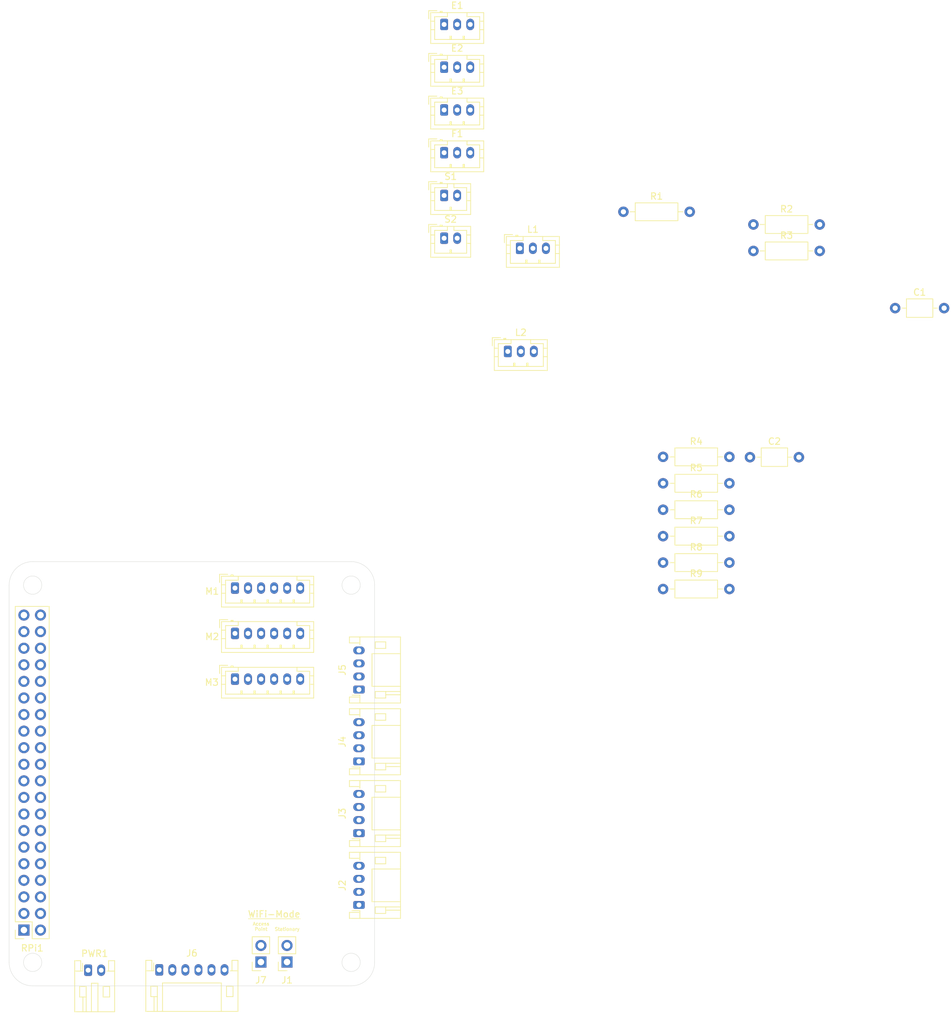
<source format=kicad_pcb>
(kicad_pcb (version 20241229) (generator "pcbnew") (generator_version "9.0")
  (layers (0 "F.Cu" signal) (2 "B.Cu" signal) (13 "F.Paste" user) (15 "B.Paste" user) (5 "F.SilkS" user "F.Silkscreen") (7 "B.SilkS" user "B.Silkscreen") (1 "F.Mask" user) (3 "B.Mask" user) (25 "Edge.Cuts" user))
  (net 0 "")
  (net 17 "GND")
  (net 18 "VCC")
  (net 19 "/BTN_LIMIT_M1_END")
  (net 20 "/BTN_LIMIT_M1_START")
  (net 21 "/BTN_LIMIT_M2_END")
  (net 22 "/BTN_LIMIT_M2_START")
  (net 23 "/BTN_LIMIT_M3_START")
  (net 24 "/BTN_LIMIT_M3_END")
  (net 25 "/FOG_DEVICE")
  (net 26 "/I2C_SCL")
  (net 27 "/I2C_SDA")
  (net 28 "/LED_RING")
  (net 29 "/LED_STRIPE")
  (net 30 "/PRE_SWITCH")
  (net 31 "/MAIN_SWITCH")
  (net 32 "/PWM_MOTOR_1_RIGHT")
  (net 33 "/PWM_MOTOR_1_LEFT")
  (net 34 "/PWM_MOTOR_2_RIGHT")
  (net 35 "/PWM_MOTOR_2_LEFT")
  (net 36 "/PWM_MOTOR_3_LEFT")
  (net 37 "/PWM_MOTOR_3_RIGHT")
  (net 48 "/WIFI_CONFIG_SWITCH")
  (net 50 "/Audio?")
  (footprint "Connector_JST:JST_PH_S2B-PH-K_1x02_P2.00mm_Horizontal" (layer "F.Cu") (at 128.5 175)
    (property "Reference" "PWR1" (at 1 -2.55 0) (layer "F.SilkS"))
    (property "Value" "Power-Supply")
    (pad "1" thru_hole roundrect (at 0 0) (size 1.2 1.75) (drill 0.75) (layers "*.Cu" "*.Mask") (roundrect_rratio 0.208333) (net 18 "VCC"))
    (pad "2" thru_hole oval (at 2 0) (size 1.2 1.75) (drill 0.75) (layers "*.Cu" "*.Mask") (net 17 "GND"))
  )
  (footprint "Connector_JST:JST_PH_S4B-PH-K_1x04_P2.00mm_Horizontal" (layer "F.Cu") (at 170 132 90)
    (property "Reference" "J5" (at 3 -2.55 90) (layer "F.SilkS"))
    (property "Value" "PWM-Feedback-4")
    (pad "1" thru_hole roundrect (at 0 0 90) (size 1.2 1.75) (drill 0.75) (layers "*.Cu" "*.Mask") (roundrect_rratio 0.208333))
    (pad "2" thru_hole oval (at 2 0 90) (size 1.2 1.75) (drill 0.75) (layers "*.Cu" "*.Mask"))
    (pad "3" thru_hole oval (at 4 0 90) (size 1.2 1.75) (drill 0.75) (layers "*.Cu" "*.Mask"))
    (pad "4" thru_hole oval (at 6 0 90) (size 1.2 1.75) (drill 0.75) (layers "*.Cu" "*.Mask"))
  )
  (footprint "Connector_JST:JST_PH_B3B-PH-K_1x03_P2.00mm_Vertical" (layer "F.Cu") (at 183.05 49.75)
    (property "Reference" "F1" (at 2 -2.9 0) (layer "F.SilkS"))
    (property "Value" "Fog-Device")
    (pad "1" thru_hole roundrect (at 0 0) (size 1.2 1.75) (drill 0.75) (layers "*.Cu" "*.Mask") (roundrect_rratio 0.208333) (net 18 "VCC"))
    (pad "2" thru_hole oval (at 2 0) (size 1.2 1.75) (drill 0.75) (layers "*.Cu" "*.Mask") (net 17 "GND"))
    (pad "3" thru_hole oval (at 4 0) (size 1.2 1.75) (drill 0.75) (layers "*.Cu" "*.Mask") (net 25 "/FOG_DEVICE"))
  )
  (footprint "Resistor_THT:R_Axial_DIN0207_L6.3mm_D2.5mm_P10.16mm_Horizontal" (layer "F.Cu") (at 216.6 116.6)
    (property "Reference" "R9" (at 5.08 -2.37 0) (layer "F.SilkS"))
    (property "Value" "10k")
    (pad "1" thru_hole circle (at 0 0) (size 1.6 1.6) (drill 0.8) (layers "*.Cu" "*.Mask") (net 18 "VCC"))
    (pad "2" thru_hole circle (at 10.16 0) (size 1.6 1.6) (drill 0.8) (layers "*.Cu" "*.Mask") (net 19 "/BTN_LIMIT_M1_END"))
  )
  (footprint "Resistor_THT:R_Axial_DIN0207_L6.3mm_D2.5mm_P10.16mm_Horizontal" (layer "F.Cu") (at 210.52 58.8)
    (property "Reference" "R1" (at 5.08 -2.37 0) (layer "F.SilkS"))
    (property "Value" "10k")
    (pad "1" thru_hole circle (at 0 0) (size 1.6 1.6) (drill 0.8) (layers "*.Cu" "*.Mask") (net 31 "/MAIN_SWITCH"))
    (pad "2" thru_hole circle (at 10.16 0) (size 1.6 1.6) (drill 0.8) (layers "*.Cu" "*.Mask") (net 18 "VCC"))
  )
  (footprint "Resistor_THT:R_Axial_DIN0207_L6.3mm_D2.5mm_P10.16mm_Horizontal" (layer "F.Cu") (at 230.44 64.8)
    (property "Reference" "R3" (at 5.08 -2.37 0) (layer "F.SilkS"))
    (property "Value" "10k")
    (pad "1" thru_hole circle (at 0 0) (size 1.6 1.6) (drill 0.8) (layers "*.Cu" "*.Mask") (net 48 "/WIFI_CONFIG_SWITCH"))
    (pad "2" thru_hole circle (at 10.16 0) (size 1.6 1.6) (drill 0.8) (layers "*.Cu" "*.Mask") (net 18 "VCC"))
  )
  (footprint "Connector_JST:JST_PH_B6B-PH-K_1x06_P2.00mm_Vertical" (layer "F.Cu") (at 151 116.45)
    (property "Reference" "M1" (at -3.5 0.5 180) (layer "F.SilkS"))
    (property "Value" "Motor 1")
    (pad "1" thru_hole roundrect (at 0 0) (size 1.2 1.75) (drill 0.75) (layers "*.Cu" "*.Mask") (roundrect_rratio 0.208333) (net 32 "/PWM_MOTOR_1_RIGHT"))
    (pad "2" thru_hole oval (at 2 0) (size 1.2 1.75) (drill 0.75) (layers "*.Cu" "*.Mask") (net 33 "/PWM_MOTOR_1_LEFT"))
    (pad "3" thru_hole oval (at 4 0) (size 1.2 1.75) (drill 0.75) (layers "*.Cu" "*.Mask") (net 18 "VCC"))
    (pad "4" thru_hole oval (at 6 0) (size 1.2 1.75) (drill 0.75) (layers "*.Cu" "*.Mask") (net 18 "VCC"))
    (pad "5" thru_hole oval (at 8 0) (size 1.2 1.75) (drill 0.75) (layers "*.Cu" "*.Mask") (net 18 "VCC"))
    (pad "6" thru_hole oval (at 10 0) (size 1.2 1.75) (drill 0.75) (layers "*.Cu" "*.Mask") (net 17 "GND"))
  )
  (footprint "Capacitor_THT:C_Axial_L3.8mm_D2.6mm_P7.50mm_Horizontal" (layer "F.Cu") (at 252.16 73.56)
    (property "Reference" "C1" (at 3.75 -2.42 0) (layer "F.SilkS"))
    (property "Value" "C")
    (pad "1" thru_hole circle (at 0 0) (size 1.6 1.6) (drill 0.8) (layers "*.Cu" "*.Mask") (net 30 "/PRE_SWITCH"))
    (pad "2" thru_hole circle (at 7.5 0) (size 1.6 1.6) (drill 0.8) (layers "*.Cu" "*.Mask") (net 17 "GND"))
  )
  (footprint "Connector_JST:JST_PH_B3B-PH-K_1x03_P2.00mm_Vertical" (layer "F.Cu") (at 194.65 64.4)
    (property "Reference" "L1" (at 2 -2.9 0) (layer "F.SilkS"))
    (property "Value" "WS2812B Ring")
    (pad "1" thru_hole roundrect (at 0 0) (size 1.2 1.75) (drill 0.75) (layers "*.Cu" "*.Mask") (roundrect_rratio 0.208333) (net 18 "VCC"))
    (pad "2" thru_hole oval (at 2 0) (size 1.2 1.75) (drill 0.75) (layers "*.Cu" "*.Mask") (net 17 "GND"))
    (pad "3" thru_hole oval (at 4 0) (size 1.2 1.75) (drill 0.75) (layers "*.Cu" "*.Mask") (net 28 "/LED_RING"))
  )
  (footprint "Resistor_THT:R_Axial_DIN0207_L6.3mm_D2.5mm_P10.16mm_Horizontal" (layer "F.Cu") (at 230.44 60.75)
    (property "Reference" "R2" (at 5.08 -2.37 0) (layer "F.SilkS"))
    (property "Value" "10k")
    (pad "1" thru_hole circle (at 0 0) (size 1.6 1.6) (drill 0.8) (layers "*.Cu" "*.Mask") (net 30 "/PRE_SWITCH"))
    (pad "2" thru_hole circle (at 10.16 0) (size 1.6 1.6) (drill 0.8) (layers "*.Cu" "*.Mask") (net 18 "VCC"))
  )
  (footprint "Resistor_THT:R_Axial_DIN0207_L6.3mm_D2.5mm_P10.16mm_Horizontal" (layer "F.Cu") (at 216.6 112.55)
    (property "Reference" "R8" (at 5.08 -2.37 0) (layer "F.SilkS"))
    (property "Value" "10k")
    (pad "1" thru_hole circle (at 0 0) (size 1.6 1.6) (drill 0.8) (layers "*.Cu" "*.Mask") (net 20 "/BTN_LIMIT_M1_START"))
    (pad "2" thru_hole circle (at 10.16 0) (size 1.6 1.6) (drill 0.8) (layers "*.Cu" "*.Mask") (net 18 "VCC"))
  )
  (footprint "Connector_JST:JST_PH_S4B-PH-K_1x04_P2.00mm_Horizontal" (layer "F.Cu") (at 170 165 90)
    (property "Reference" "J2" (at 3 -2.55 90) (layer "F.SilkS"))
    (property "Value" "PWM-Feedback-1")
    (pad "1" thru_hole roundrect (at 0 0 90) (size 1.2 1.75) (drill 0.75) (layers "*.Cu" "*.Mask") (roundrect_rratio 0.208333) (net 33 "/PWM_MOTOR_1_LEFT"))
    (pad "2" thru_hole oval (at 2 0 90) (size 1.2 1.75) (drill 0.75) (layers "*.Cu" "*.Mask") (net 32 "/PWM_MOTOR_1_RIGHT"))
    (pad "3" thru_hole oval (at 4 0 90) (size 1.2 1.75) (drill 0.75) (layers "*.Cu" "*.Mask") (net 35 "/PWM_MOTOR_2_LEFT"))
    (pad "4" thru_hole oval (at 6 0 90) (size 1.2 1.75) (drill 0.75) (layers "*.Cu" "*.Mask") (net 34 "/PWM_MOTOR_2_RIGHT"))
  )
  (footprint "Resistor_THT:R_Axial_DIN0207_L6.3mm_D2.5mm_P10.16mm_Horizontal" (layer "F.Cu") (at 216.6 104.45)
    (property "Reference" "R6" (at 5.08 -2.37 0) (layer "F.SilkS"))
    (property "Value" "10k")
    (pad "1" thru_hole circle (at 0 0) (size 1.6 1.6) (drill 0.8) (layers "*.Cu" "*.Mask") (net 22 "/BTN_LIMIT_M2_START"))
    (pad "2" thru_hole circle (at 10.16 0) (size 1.6 1.6) (drill 0.8) (layers "*.Cu" "*.Mask") (net 18 "VCC"))
  )
  (footprint "Connector_JST:JST_PH_B3B-PH-K_1x03_P2.00mm_Vertical" (layer "F.Cu") (at 183.05 43.2)
    (property "Reference" "E3" (at 2 -2.9 0) (layer "F.SilkS"))
    (property "Value" "Limit Switches Motor 3")
    (pad "1" thru_hole roundrect (at 0 0) (size 1.2 1.75) (drill 0.75) (layers "*.Cu" "*.Mask") (roundrect_rratio 0.208333) (net 17 "GND"))
    (pad "2" thru_hole oval (at 2 0) (size 1.2 1.75) (drill 0.75) (layers "*.Cu" "*.Mask") (net 24 "/BTN_LIMIT_M3_END"))
    (pad "3" thru_hole oval (at 4 0) (size 1.2 1.75) (drill 0.75) (layers "*.Cu" "*.Mask") (net 23 "/BTN_LIMIT_M3_START"))
  )
  (footprint "Resistor_THT:R_Axial_DIN0207_L6.3mm_D2.5mm_P10.16mm_Horizontal" (layer "F.Cu") (at 216.6 100.4)
    (property "Reference" "R5" (at 5.08 -2.37 0) (layer "F.SilkS"))
    (property "Value" "10k")
    (pad "1" thru_hole circle (at 0 0) (size 1.6 1.6) (drill 0.8) (layers "*.Cu" "*.Mask") (net 18 "VCC"))
    (pad "2" thru_hole circle (at 10.16 0) (size 1.6 1.6) (drill 0.8) (layers "*.Cu" "*.Mask") (net 24 "/BTN_LIMIT_M3_END"))
  )
  (footprint "Capacitor_THT:C_Axial_L3.8mm_D2.6mm_P7.50mm_Horizontal" (layer "F.Cu") (at 229.91 96.4)
    (property "Reference" "C2" (at 3.75 -2.42 0) (layer "F.SilkS"))
    (property "Value" "C")
    (pad "1" thru_hole circle (at 0 0) (size 1.6 1.6) (drill 0.8) (layers "*.Cu" "*.Mask") (net 31 "/MAIN_SWITCH"))
    (pad "2" thru_hole circle (at 7.5 0) (size 1.6 1.6) (drill 0.8) (layers "*.Cu" "*.Mask") (net 17 "GND"))
  )
  (footprint "Connector_JST:JST_PH_B6B-PH-K_1x06_P2.00mm_Vertical" (layer "F.Cu") (at 151 130.4)
    (property "Reference" "M3" (at -3.55 0.5 0) (layer "F.SilkS"))
    (property "Value" "Motor 3")
    (pad "1" thru_hole roundrect (at 0 0) (size 1.2 1.75) (drill 0.75) (layers "*.Cu" "*.Mask") (roundrect_rratio 0.208333) (net 37 "/PWM_MOTOR_3_RIGHT"))
    (pad "2" thru_hole oval (at 2 0) (size 1.2 1.75) (drill 0.75) (layers "*.Cu" "*.Mask") (net 36 "/PWM_MOTOR_3_LEFT"))
    (pad "3" thru_hole oval (at 4 0) (size 1.2 1.75) (drill 0.75) (layers "*.Cu" "*.Mask") (net 18 "VCC"))
    (pad "4" thru_hole oval (at 6 0) (size 1.2 1.75) (drill 0.75) (layers "*.Cu" "*.Mask") (net 18 "VCC"))
    (pad "5" thru_hole oval (at 8 0) (size 1.2 1.75) (drill 0.75) (layers "*.Cu" "*.Mask") (net 18 "VCC"))
    (pad "6" thru_hole oval (at 10 0) (size 1.2 1.75) (drill 0.75) (layers "*.Cu" "*.Mask") (net 17 "GND"))
  )
  (footprint "Connector_JST:JST_PH_B3B-PH-K_1x03_P2.00mm_Vertical" (layer "F.Cu") (at 183.05 36.65)
    (property "Reference" "E2" (at 2 -2.9 0) (layer "F.SilkS"))
    (property "Value" "Limit Switches Motor 2")
    (pad "1" thru_hole roundrect (at 0 0) (size 1.2 1.75) (drill 0.75) (layers "*.Cu" "*.Mask") (roundrect_rratio 0.208333) (net 17 "GND"))
    (pad "2" thru_hole oval (at 2 0) (size 1.2 1.75) (drill 0.75) (layers "*.Cu" "*.Mask") (net 21 "/BTN_LIMIT_M2_END"))
    (pad "3" thru_hole oval (at 4 0) (size 1.2 1.75) (drill 0.75) (layers "*.Cu" "*.Mask") (net 22 "/BTN_LIMIT_M2_START"))
  )
  (footprint "Welti2:PinSocket_2x20_P2.54mm_Vertical_RpiPins" (layer "F.Cu") (at 118.66 168.85 180)
    (property "Reference" "RPi1" (at -1.27 -2.77 180) (layer "F.SilkS"))
    (property "Value" "Raspberry Pi")
    (pad "1" thru_hole circle (at -2.54 0 180) (size 1.7 1.7) (drill 1) (layers "*.Cu" "*.Mask"))
    (pad "2" thru_hole rect (at 0 0 180) (size 1.7 1.7) (drill 1) (layers "*.Cu" "*.Mask") (net 18 "VCC"))
    (pad "3" thru_hole circle (at -2.54 2.54 180) (size 1.7 1.7) (drill 1) (layers "*.Cu" "*.Mask") (net 27 "/I2C_SDA"))
    (pad "4" thru_hole circle (at 0 2.54 180) (size 1.7 1.7) (drill 1) (layers "*.Cu" "*.Mask"))
    (pad "5" thru_hole circle (at -2.54 5.08 180) (size 1.7 1.7) (drill 1) (layers "*.Cu" "*.Mask") (net 26 "/I2C_SCL"))
    (pad "6" thru_hole circle (at 0 5.08 180) (size 1.7 1.7) (drill 1) (layers "*.Cu" "*.Mask") (net 17 "GND"))
    (pad "7" thru_hole circle (at -2.54 7.625 180) (size 1.7 1.7) (drill 1) (layers "*.Cu" "*.Mask"))
    (pad "8" thru_hole circle (at 0 7.62 180) (size 1.7 1.7) (drill 1) (layers "*.Cu" "*.Mask"))
    (pad "9" thru_hole circle (at -2.54 10.165 180) (size 1.7 1.7) (drill 1) (layers "*.Cu" "*.Mask"))
    (pad "10" thru_hole circle (at 0 10.16 180) (size 1.7 1.7) (drill 1) (layers "*.Cu" "*.Mask"))
    (pad "11" thru_hole circle (at -2.54 12.705 180) (size 1.7 1.7) (drill 1) (layers "*.Cu" "*.Mask") (net 28 "/LED_RING"))
    (pad "12" thru_hole circle (at 0 12.7 180) (size 1.7 1.7) (drill 1) (layers "*.Cu" "*.Mask"))
    (pad "13" thru_hole circle (at -2.54 15.245 180) (size 1.7 1.7) (drill 1) (layers "*.Cu" "*.Mask") (net 29 "/LED_STRIPE"))
    (pad "14" thru_hole circle (at 0 15.24 180) (size 1.7 1.7) (drill 1) (layers "*.Cu" "*.Mask"))
    (pad "15" thru_hole circle (at -2.54 17.785 180) (size 1.7 1.7) (drill 1) (layers "*.Cu" "*.Mask") (net 25 "/FOG_DEVICE"))
    (pad "16" thru_hole circle (at 0 17.78 180) (size 1.7 1.7) (drill 1) (layers "*.Cu" "*.Mask") (net 23 "/BTN_LIMIT_M3_START"))
    (pad "17" thru_hole circle (at -2.54 20.325 180) (size 1.7 1.7) (drill 1) (layers "*.Cu" "*.Mask"))
    (pad "18" thru_hole circle (at 0 20.32 180) (size 1.7 1.7) (drill 1) (layers "*.Cu" "*.Mask") (net 24 "/BTN_LIMIT_M3_END"))
    (pad "19" thru_hole circle (at -2.54 22.865 180) (size 1.7 1.7) (drill 1) (layers "*.Cu" "*.Mask") (net 19 "/BTN_LIMIT_M1_END"))
    (pad "20" thru_hole circle (at 0 22.86 180) (size 1.7 1.7) (drill 1) (layers "*.Cu" "*.Mask"))
    (pad "21" thru_hole circle (at -2.54 25.405 180) (size 1.7 1.7) (drill 1) (layers "*.Cu" "*.Mask") (net 20 "/BTN_LIMIT_M1_START"))
    (pad "22" thru_hole circle (at 0 25.4 180) (size 1.7 1.7) (drill 1) (layers "*.Cu" "*.Mask") (net 22 "/BTN_LIMIT_M2_START"))
    (pad "23" thru_hole circle (at -2.54 27.945 180) (size 1.7 1.7) (drill 1) (layers "*.Cu" "*.Mask"))
    (pad "24" thru_hole circle (at 0 27.94 180) (size 1.7 1.7) (drill 1) (layers "*.Cu" "*.Mask"))
    (pad "25" thru_hole circle (at -2.54 30.485 180) (size 1.7 1.7) (drill 1) (layers "*.Cu" "*.Mask"))
    (pad "26" thru_hole circle (at 0 30.48 180) (size 1.7 1.7) (drill 1) (layers "*.Cu" "*.Mask"))
    (pad "27" thru_hole circle (at -2.54 33.025 180) (size 1.7 1.7) (drill 1) (layers "*.Cu" "*.Mask"))
    (pad "28" thru_hole circle (at 0 33.02 180) (size 1.7 1.7) (drill 1) (layers "*.Cu" "*.Mask"))
    (pad "29" thru_hole circle (at -2.54 35.565 180) (size 1.7 1.7) (drill 1) (layers "*.Cu" "*.Mask") (net 48 "/WIFI_CONFIG_SWITCH"))
    (pad "30" thru_hole circle (at 0 35.56 180) (size 1.7 1.7) (drill 1) (layers "*.Cu" "*.Mask"))
    (pad "31" thru_hole circle (at -2.54 38.105 180) (size 1.7 1.7) (drill 1) (layers "*.Cu" "*.Mask") (net 30 "/PRE_SWITCH"))
    (pad "32" thru_hole circle (at 0 38.1 180) (size 1.7 1.7) (drill 1) (layers "*.Cu" "*.Mask") (net 21 "/BTN_LIMIT_M2_END"))
    (pad "33" thru_hole circle (at -2.54 40.645 180) (size 1.7 1.7) (drill 1) (layers "*.Cu" "*.Mask") (net 31 "/MAIN_SWITCH"))
    (pad "34" thru_hole circle (at 0 40.64 180) (size 1.7 1.7) (drill 1) (layers "*.Cu" "*.Mask"))
    (pad "35" thru_hole circle (at -2.54 43.185 180) (size 1.7 1.7) (drill 1) (layers "*.Cu" "*.Mask"))
    (pad "36" thru_hole circle (at 0 43.18 180) (size 1.7 1.7) (drill 1) (layers "*.Cu" "*.Mask"))
    (pad "37" thru_hole circle (at -2.54 45.725 180) (size 1.7 1.7) (drill 1) (layers "*.Cu" "*.Mask"))
    (pad "38" thru_hole circle (at 0 45.72 180) (size 1.7 1.7) (drill 1) (layers "*.Cu" "*.Mask"))
    (pad "39" thru_hole circle (at -2.54 48.265 180) (size 1.7 1.7) (drill 1) (layers "*.Cu" "*.Mask"))
    (pad "40" thru_hole circle (at 0 48.26 180) (size 1.7 1.7) (drill 1) (layers "*.Cu" "*.Mask") (net 50 "/Audio?"))
  )
  (footprint "Connector_JST:JST_PH_B3B-PH-K_1x03_P2.00mm_Vertical" (layer "F.Cu") (at 183.05 30.1)
    (property "Reference" "E1" (at 2 -2.9 0) (layer "F.SilkS"))
    (property "Value" "Limit Switches Motor 1")
    (pad "1" thru_hole roundrect (at 0 0) (size 1.2 1.75) (drill 0.75) (layers "*.Cu" "*.Mask") (roundrect_rratio 0.208333) (net 17 "GND"))
    (pad "2" thru_hole oval (at 2 0) (size 1.2 1.75) (drill 0.75) (layers "*.Cu" "*.Mask") (net 19 "/BTN_LIMIT_M1_END"))
    (pad "3" thru_hole oval (at 4 0) (size 1.2 1.75) (drill 0.75) (layers "*.Cu" "*.Mask") (net 20 "/BTN_LIMIT_M1_START"))
  )
  (footprint "Resistor_THT:R_Axial_DIN0207_L6.3mm_D2.5mm_P10.16mm_Horizontal" (layer "F.Cu") (at 216.6 96.35)
    (property "Reference" "R4" (at 5.08 -2.37 0) (layer "F.SilkS"))
    (property "Value" "10k")
    (pad "1" thru_hole circle (at 0 0) (size 1.6 1.6) (drill 0.8) (layers "*.Cu" "*.Mask") (net 23 "/BTN_LIMIT_M3_START"))
    (pad "2" thru_hole circle (at 10.16 0) (size 1.6 1.6) (drill 0.8) (layers "*.Cu" "*.Mask") (net 18 "VCC"))
  )
  (footprint "Connector_JST:JST_PH_S4B-PH-K_1x04_P2.00mm_Horizontal" (layer "F.Cu") (at 170 154 90)
    (property "Reference" "J3" (at 3 -2.55 90) (layer "F.SilkS"))
    (property "Value" "PWM-Feedback-2")
    (pad "1" thru_hole roundrect (at 0 0 90) (size 1.2 1.75) (drill 0.75) (layers "*.Cu" "*.Mask") (roundrect_rratio 0.208333) (net 36 "/PWM_MOTOR_3_LEFT"))
    (pad "2" thru_hole oval (at 2 0 90) (size 1.2 1.75) (drill 0.75) (layers "*.Cu" "*.Mask") (net 37 "/PWM_MOTOR_3_RIGHT"))
    (pad "3" thru_hole oval (at 4 0 90) (size 1.2 1.75) (drill 0.75) (layers "*.Cu" "*.Mask"))
    (pad "4" thru_hole oval (at 6 0 90) (size 1.2 1.75) (drill 0.75) (layers "*.Cu" "*.Mask"))
  )
  (footprint "Connector_JST:JST_PH_S4B-PH-K_1x04_P2.00mm_Horizontal" (layer "F.Cu") (at 170 143 90)
    (property "Reference" "J4" (at 3 -2.55 90) (layer "F.SilkS"))
    (property "Value" "PWM-Feedback-3")
    (pad "1" thru_hole roundrect (at 0 0 90) (size 1.2 1.75) (drill 0.75) (layers "*.Cu" "*.Mask") (roundrect_rratio 0.208333))
    (pad "2" thru_hole oval (at 2 0 90) (size 1.2 1.75) (drill 0.75) (layers "*.Cu" "*.Mask"))
    (pad "3" thru_hole oval (at 4 0 90) (size 1.2 1.75) (drill 0.75) (layers "*.Cu" "*.Mask"))
    (pad "4" thru_hole oval (at 6 0 90) (size 1.2 1.75) (drill 0.75) (layers "*.Cu" "*.Mask"))
  )
  (footprint "Connector_JST:JST_PH_B2B-PH-K_1x02_P2.00mm_Vertical" (layer "F.Cu") (at 183.05 62.85)
    (property "Reference" "S2" (at 1 -2.9 0) (layer "F.SilkS"))
    (property "Value" "Main-Switch")
    (pad "1" thru_hole roundrect (at 0 0) (size 1.2 1.75) (drill 0.75) (layers "*.Cu" "*.Mask") (roundrect_rratio 0.208333) (net 17 "GND"))
    (pad "2" thru_hole oval (at 2 0) (size 1.2 1.75) (drill 0.75) (layers "*.Cu" "*.Mask") (net 31 "/MAIN_SWITCH"))
  )
  (footprint "Connector_PinSocket_2.54mm:PinSocket_1x02_P2.54mm_Vertical" (layer "F.Cu") (at 154.975 173.75 180)
    (property "Reference" "J7" (at 0 -2.77 0) (layer "F.SilkS"))
    (property "Value" "Boot-Wifi-Config-Pin" (hide yes))
    (pad "1" thru_hole rect (at 0 0 180) (size 1.7 1.7) (drill 1) (layers "*.Cu" "*.Mask") (net 17 "GND"))
    (pad "2" thru_hole circle (at 0 2.54 180) (size 1.7 1.7) (drill 1) (layers "*.Cu" "*.Mask") (net 48 "/WIFI_CONFIG_SWITCH"))
  )
  (footprint "Resistor_THT:R_Axial_DIN0207_L6.3mm_D2.5mm_P10.16mm_Horizontal" (layer "F.Cu") (at 216.6 108.5)
    (property "Reference" "R7" (at 5.08 -2.37 0) (layer "F.SilkS"))
    (property "Value" "10k")
    (pad "1" thru_hole circle (at 0 0) (size 1.6 1.6) (drill 0.8) (layers "*.Cu" "*.Mask") (net 18 "VCC"))
    (pad "2" thru_hole circle (at 10.16 0) (size 1.6 1.6) (drill 0.8) (layers "*.Cu" "*.Mask") (net 21 "/BTN_LIMIT_M2_END"))
  )
  (footprint "Connector_JST:JST_PH_B3B-PH-K_1x03_P2.00mm_Vertical" (layer "F.Cu") (at 192.8 80.2)
    (property "Reference" "L2" (at 2 -2.9 0) (layer "F.SilkS"))
    (property "Value" "WS2812B Stripe")
    (pad "1" thru_hole roundrect (at 0 0) (size 1.2 1.75) (drill 0.75) (layers "*.Cu" "*.Mask") (roundrect_rratio 0.208333) (net 18 "VCC"))
    (pad "2" thru_hole oval (at 2 0) (size 1.2 1.75) (drill 0.75) (layers "*.Cu" "*.Mask") (net 17 "GND"))
    (pad "3" thru_hole oval (at 4 0) (size 1.2 1.75) (drill 0.75) (layers "*.Cu" "*.Mask") (net 29 "/LED_STRIPE"))
  )
  (footprint "Connector_JST:JST_PH_B2B-PH-K_1x02_P2.00mm_Vertical" (layer "F.Cu") (at 183.05 56.3)
    (property "Reference" "S1" (at 1 -2.9 0) (layer "F.SilkS"))
    (property "Value" "Pre-Switch")
    (pad "1" thru_hole roundrect (at 0 0) (size 1.2 1.75) (drill 0.75) (layers "*.Cu" "*.Mask") (roundrect_rratio 0.208333) (net 17 "GND"))
    (pad "2" thru_hole oval (at 2 0) (size 1.2 1.75) (drill 0.75) (layers "*.Cu" "*.Mask") (net 30 "/PRE_SWITCH"))
  )
  (footprint "Connector_JST:JST_PH_B6B-PH-K_1x06_P2.00mm_Vertical" (layer "F.Cu") (at 151 123.4)
    (property "Reference" "M2" (at -3.5 0.5 0) (layer "F.SilkS"))
    (property "Value" "Motor 2")
    (pad "1" thru_hole roundrect (at 0 0) (size 1.2 1.75) (drill 0.75) (layers "*.Cu" "*.Mask") (roundrect_rratio 0.208333) (net 34 "/PWM_MOTOR_2_RIGHT"))
    (pad "2" thru_hole oval (at 2 0) (size 1.2 1.75) (drill 0.75) (layers "*.Cu" "*.Mask") (net 35 "/PWM_MOTOR_2_LEFT"))
    (pad "3" thru_hole oval (at 4 0) (size 1.2 1.75) (drill 0.75) (layers "*.Cu" "*.Mask") (net 18 "VCC"))
    (pad "4" thru_hole oval (at 6 0) (size 1.2 1.75) (drill 0.75) (layers "*.Cu" "*.Mask") (net 18 "VCC"))
    (pad "5" thru_hole oval (at 8 0) (size 1.2 1.75) (drill 0.75) (layers "*.Cu" "*.Mask") (net 18 "VCC"))
    (pad "6" thru_hole oval (at 10 0) (size 1.2 1.75) (drill 0.75) (layers "*.Cu" "*.Mask") (net 17 "GND"))
  )
  (footprint "Connector_JST:JST_PH_S6B-PH-K_1x06_P2.00mm_Horizontal" (layer "F.Cu") (at 139.4 174.95)
    (property "Reference" "J6" (at 5 -2.55 0) (layer "F.SilkS"))
    (property "Value" "PWM-Module")
    (pad "1" thru_hole roundrect (at 0 0) (size 1.2 1.75) (drill 0.75) (layers "*.Cu" "*.Mask") (roundrect_rratio 0.208333))
    (pad "2" thru_hole oval (at 2 0) (size 1.2 1.75) (drill 0.75) (layers "*.Cu" "*.Mask") (net 18 "VCC"))
    (pad "3" thru_hole oval (at 4 0) (size 1.2 1.75) (drill 0.75) (layers "*.Cu" "*.Mask") (net 27 "/I2C_SDA"))
    (pad "4" thru_hole oval (at 6 0) (size 1.2 1.75) (drill 0.75) (layers "*.Cu" "*.Mask") (net 26 "/I2C_SCL"))
    (pad "5" thru_hole oval (at 8 0) (size 1.2 1.75) (drill 0.75) (layers "*.Cu" "*.Mask"))
    (pad "6" thru_hole oval (at 10 0) (size 1.2 1.75) (drill 0.75) (layers "*.Cu" "*.Mask") (net 17 "GND"))
  )
  (footprint "Connector_PinSocket_2.54mm:PinSocket_1x02_P2.54mm_Vertical" (layer "F.Cu") (at 158.975 173.75 180)
    (property "Reference" "J1" (at 0 -2.77 0) (layer "F.SilkS"))
    (property "Value" "Dummy" (hide yes))
    (pad "1" thru_hole rect (at 0 0 180) (size 1.7 1.7) (drill 1) (layers "*.Cu" "*.Mask"))
    (pad "2" thru_hole circle (at 0 2.54 180) (size 1.7 1.7) (drill 1) (layers "*.Cu" "*.Mask"))
  )
  (gr_line (start 153.060944 167.121133) (end 161.009705 167.121133) (stroke (width 0.1)) (layer "F.SilkS"))
  (gr_arc (start 116.4 116) (mid 117.454416 113.454416) (end 120 112.4) (stroke (width 0.05)) (layer "Edge.Cuts"))
  (gr_line (start 120 112.4) (end 168.8 112.4) (stroke (width 0.05)) (layer "Edge.Cuts"))
  (gr_line (start 116.4 116) (end 116.4 173.8) (stroke (width 0.05)) (layer "Edge.Cuts"))
  (gr_arc (start 120 177.4) (mid 117.454416 176.345584) (end 116.4 173.8) (stroke (width 0.05)) (layer "Edge.Cuts"))
  (gr_circle (center 120 173.799999) (end 121.4 173.799999) (stroke (width 0.05)) (fill no) (layer "Edge.Cuts"))
  (gr_arc (start 172.4 173.8) (mid 171.345584 176.345584) (end 168.8 177.4) (stroke (width 0.05)) (layer "Edge.Cuts"))
  (gr_arc (start 168.8 112.4) (mid 171.345584 113.454416) (end 172.4 116) (stroke (width 0.05)) (layer "Edge.Cuts"))
  (gr_line (start 172.4 116) (end 172.4 173.8) (stroke (width 0.05)) (layer "Edge.Cuts"))
  (gr_line (start 168.8 177.4) (end 120 177.4) (stroke (width 0.05)) (layer "Edge.Cuts"))
  (gr_circle (center 168.8 173.8) (end 170.2 173.8) (stroke (width 0.05)) (fill no) (layer "Edge.Cuts"))
  (gr_circle (center 168.8 116.000001) (end 170.2 116.000001) (stroke (width 0.05)) (fill no) (layer "Edge.Cuts"))
  (gr_circle (center 120 116) (end 121.4 116) (stroke (width 0.05)) (fill no) (layer "Edge.Cuts"))
  (gr_text "Access\nPoint" (at 155 169 0) (layer "F.SilkS") (effects (font (size 0.5 0.5) (thickness 0.1)) (justify bottom)))
  (gr_text "Stationary" (at 159 169 0) (layer "F.SilkS") (effects (font (size 0.5 0.5) (thickness 0.1)) (justify bottom)))
  (gr_text "WiFi-Mode" (at 157 167 0) (layer "F.SilkS") (effects (font (size 1 1)) (justify bottom)))
)
</source>
